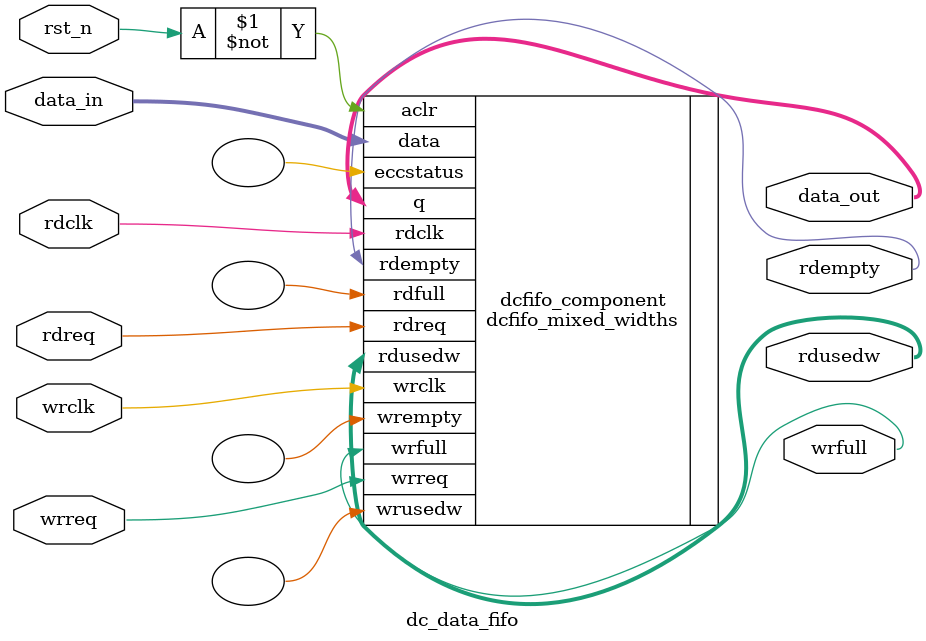
<source format=v>
module dc_data_fifo
#(
	parameter ADDR_W = 10,
   parameter DATA_IN_W = 8,
	parameter DATA_OUT_W = 16
	
)
(
	input wire 								rdclk,
	input wire 								wrclk,
	input wire 								rst_n,
	input wire 								rdreq,
	input wire 								wrreq,
	input wire 	[DATA_IN_W - 1:0] 	data_in,
	output wire [DATA_OUT_W - 1:0]	data_out,
	output wire 							rdempty,
	output wire 							wrfull,
	output wire [ADDR_W - 1 : 0]		rdusedw
);

localparam numwords = (2**(ADDR_W))*(DATA_OUT_W / DATA_IN_W);

dcfifo_mixed_widths  dcfifo_component (
				.aclr (~rst_n),
				.data (data_in),
				.rdclk (rdclk),
				.rdreq (rdreq),
				.wrclk (wrclk),
				.wrreq (wrreq),
				.q (data_out),
				.rdempty (rdempty),
				.rdusedw (rdusedw),
				.wrfull (wrfull),
				.eccstatus (),
				.rdfull (),
				.wrempty (),
				.wrusedw ());
	defparam
		dcfifo_component.intended_device_family = "MAX 10",
		dcfifo_component.lpm_numwords = numwords,
		dcfifo_component.lpm_showahead = "OFF",
		dcfifo_component.lpm_type = "dcfifo",
		dcfifo_component.lpm_width = DATA_IN_W,
		dcfifo_component.lpm_width_r = DATA_OUT_W,
		dcfifo_component.lpm_widthu = $clog2(numwords),
		dcfifo_component.lpm_widthu_r = ADDR_W,
		dcfifo_component.overflow_checking = "ON",
		dcfifo_component.rdsync_delaypipe = 4,
		dcfifo_component.read_aclr_synch = "OFF",
		dcfifo_component.underflow_checking = "ON",
		dcfifo_component.use_eab = "ON",
		dcfifo_component.write_aclr_synch = "OFF",
		dcfifo_component.wrsync_delaypipe = 4;
		
	
endmodule

</source>
